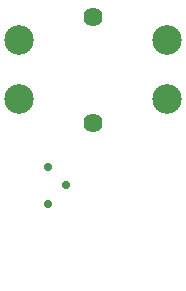
<source format=gts>
G04*
G04 #@! TF.GenerationSoftware,Altium Limited,Altium Designer,23.8.1 (32)*
G04*
G04 Layer_Color=8388736*
%FSLAX25Y25*%
%MOIN*%
G70*
G04*
G04 #@! TF.SameCoordinates,4B8C02A6-DD82-47D5-92E1-CEE89DD6B1A8*
G04*
G04*
G04 #@! TF.FilePolarity,Negative*
G04*
G01*
G75*
%ADD11C,0.00394*%
%ADD12C,0.09843*%
%ADD13C,0.06394*%
%ADD14C,0.02794*%
D11*
X-0Y-43661D02*
D03*
Y-71220D02*
D03*
D12*
X24606Y-9843D02*
D03*
Y9843D02*
D03*
X-24606Y-9843D02*
D03*
Y9843D02*
D03*
D13*
X0Y-17717D02*
D03*
Y17717D02*
D03*
D14*
X-8917Y-38504D02*
D03*
X-14921Y-44587D02*
D03*
X-15000Y-32500D02*
D03*
M02*

</source>
